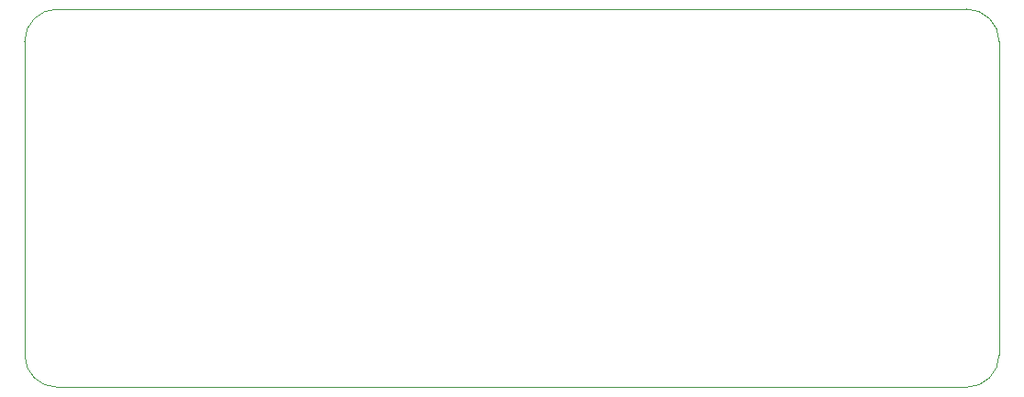
<source format=gbr>
%TF.GenerationSoftware,KiCad,Pcbnew,(5.1.12)-1*%
%TF.CreationDate,2021-12-09T20:49:17+01:00*%
%TF.ProjectId,adapter01,61646170-7465-4723-9031-2e6b69636164,rev?*%
%TF.SameCoordinates,Original*%
%TF.FileFunction,Profile,NP*%
%FSLAX46Y46*%
G04 Gerber Fmt 4.6, Leading zero omitted, Abs format (unit mm)*
G04 Created by KiCad (PCBNEW (5.1.12)-1) date 2021-12-09 20:49:17*
%MOMM*%
%LPD*%
G01*
G04 APERTURE LIST*
%TA.AperFunction,Profile*%
%ADD10C,0.050000*%
%TD*%
G04 APERTURE END LIST*
D10*
X95000000Y-53000000D02*
X95000000Y-82000000D01*
X182000000Y-50000000D02*
X98000000Y-50000000D01*
X185000000Y-82000000D02*
X185000000Y-53000000D01*
X98000000Y-85000000D02*
X182000000Y-85000000D01*
X182000000Y-50000000D02*
G75*
G02*
X185000000Y-53000000I0J-3000000D01*
G01*
X95000000Y-53000000D02*
G75*
G02*
X98000000Y-50000000I3000000J0D01*
G01*
X98000000Y-85000000D02*
G75*
G02*
X95000000Y-82000000I0J3000000D01*
G01*
X185000000Y-82000000D02*
G75*
G02*
X182000000Y-85000000I-3000000J0D01*
G01*
M02*

</source>
